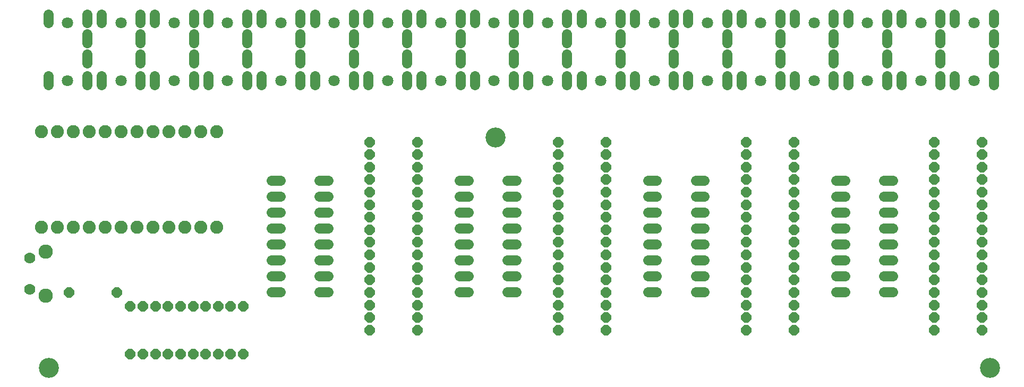
<source format=gbs>
G75*
%MOIN*%
%OFA0B0*%
%FSLAX25Y25*%
%IPPOS*%
%LPD*%
%AMOC8*
5,1,8,0,0,1.08239X$1,22.5*
%
%ADD10C,0.08200*%
%ADD11OC8,0.06400*%
%ADD12C,0.12611*%
%ADD13C,0.06400*%
%ADD14C,0.07099*%
%ADD15C,0.06350*%
%ADD16C,0.09000*%
%ADD17C,0.07000*%
D10*
X0023447Y0110795D03*
X0033447Y0110795D03*
X0043447Y0110795D03*
X0053447Y0110795D03*
X0063447Y0110795D03*
X0073447Y0110795D03*
X0083447Y0110795D03*
X0093447Y0110795D03*
X0103447Y0110795D03*
X0113447Y0110795D03*
X0123447Y0110795D03*
X0133447Y0110795D03*
X0133447Y0170795D03*
X0123447Y0170795D03*
X0113447Y0170795D03*
X0103447Y0170795D03*
X0093447Y0170795D03*
X0083447Y0170795D03*
X0073447Y0170795D03*
X0063447Y0170795D03*
X0053447Y0170795D03*
X0043447Y0170795D03*
X0033447Y0170795D03*
X0023447Y0170795D03*
D11*
X0229707Y0164417D03*
X0229707Y0156543D03*
X0229707Y0148669D03*
X0229707Y0140795D03*
X0229707Y0132921D03*
X0229707Y0125047D03*
X0229707Y0117173D03*
X0229707Y0109299D03*
X0229707Y0101425D03*
X0229707Y0093551D03*
X0229707Y0085677D03*
X0229707Y0077803D03*
X0229707Y0069929D03*
X0229707Y0062055D03*
X0229707Y0054181D03*
X0229707Y0046307D03*
X0259707Y0046307D03*
X0259707Y0054181D03*
X0259707Y0062055D03*
X0259707Y0069929D03*
X0259707Y0077803D03*
X0259707Y0085677D03*
X0259707Y0093551D03*
X0259707Y0101425D03*
X0259707Y0109299D03*
X0259707Y0117173D03*
X0259707Y0125047D03*
X0259707Y0132921D03*
X0259707Y0140795D03*
X0259707Y0148669D03*
X0259707Y0156543D03*
X0259707Y0164417D03*
X0347817Y0164417D03*
X0347817Y0156543D03*
X0347817Y0148669D03*
X0347817Y0140795D03*
X0347817Y0132921D03*
X0347817Y0125047D03*
X0347817Y0117173D03*
X0347817Y0109299D03*
X0347817Y0101425D03*
X0347817Y0093551D03*
X0347817Y0085677D03*
X0347817Y0077803D03*
X0347817Y0069929D03*
X0347817Y0062055D03*
X0347817Y0054181D03*
X0347817Y0046307D03*
X0377817Y0046307D03*
X0377817Y0054181D03*
X0377817Y0062055D03*
X0377817Y0069929D03*
X0377817Y0077803D03*
X0377817Y0085677D03*
X0377817Y0093551D03*
X0377817Y0101425D03*
X0377817Y0109299D03*
X0377817Y0117173D03*
X0377817Y0125047D03*
X0377817Y0132921D03*
X0377817Y0140795D03*
X0377817Y0148669D03*
X0377817Y0156543D03*
X0377817Y0164417D03*
X0465928Y0164417D03*
X0465928Y0156543D03*
X0465928Y0148669D03*
X0465928Y0140795D03*
X0465928Y0132921D03*
X0465928Y0125047D03*
X0465928Y0117173D03*
X0465928Y0109299D03*
X0465928Y0101425D03*
X0465928Y0093551D03*
X0465928Y0085677D03*
X0465928Y0077803D03*
X0465928Y0069929D03*
X0465928Y0062055D03*
X0465928Y0054181D03*
X0465928Y0046307D03*
X0495928Y0046307D03*
X0495928Y0054181D03*
X0495928Y0062055D03*
X0495928Y0069929D03*
X0495928Y0077803D03*
X0495928Y0085677D03*
X0495928Y0093551D03*
X0495928Y0101425D03*
X0495928Y0109299D03*
X0495928Y0117173D03*
X0495928Y0125047D03*
X0495928Y0132921D03*
X0495928Y0140795D03*
X0495928Y0148669D03*
X0495928Y0156543D03*
X0495928Y0164417D03*
X0584038Y0164417D03*
X0584038Y0156543D03*
X0584038Y0148669D03*
X0584038Y0140795D03*
X0584038Y0132921D03*
X0584038Y0125047D03*
X0584038Y0117173D03*
X0584038Y0109299D03*
X0584038Y0101425D03*
X0584038Y0093551D03*
X0584038Y0085677D03*
X0584038Y0077803D03*
X0584038Y0069929D03*
X0584038Y0062055D03*
X0584038Y0054181D03*
X0584038Y0046307D03*
X0614038Y0046307D03*
X0614038Y0054181D03*
X0614038Y0062055D03*
X0614038Y0069929D03*
X0614038Y0077803D03*
X0614038Y0085677D03*
X0614038Y0093551D03*
X0614038Y0101425D03*
X0614038Y0109299D03*
X0614038Y0117173D03*
X0614038Y0125047D03*
X0614038Y0132921D03*
X0614038Y0140795D03*
X0614038Y0148669D03*
X0614038Y0156543D03*
X0614038Y0164417D03*
X0150219Y0061307D03*
X0142345Y0061307D03*
X0134471Y0061307D03*
X0126597Y0061307D03*
X0118723Y0061307D03*
X0110849Y0061307D03*
X0102975Y0061307D03*
X0095101Y0061307D03*
X0087227Y0061307D03*
X0079353Y0061307D03*
X0070731Y0069929D03*
X0040731Y0069929D03*
X0079353Y0031307D03*
X0087227Y0031307D03*
X0095101Y0031307D03*
X0102975Y0031307D03*
X0110849Y0031307D03*
X0118723Y0031307D03*
X0126597Y0031307D03*
X0134471Y0031307D03*
X0142345Y0031307D03*
X0150219Y0031307D03*
D12*
X0028172Y0022685D03*
X0308683Y0167331D03*
X0618723Y0022685D03*
D13*
X0557783Y0070362D02*
X0552183Y0070362D01*
X0552183Y0080362D02*
X0557783Y0080362D01*
X0557783Y0090362D02*
X0552183Y0090362D01*
X0552183Y0100362D02*
X0557783Y0100362D01*
X0557783Y0110362D02*
X0552183Y0110362D01*
X0552183Y0120362D02*
X0557783Y0120362D01*
X0557783Y0130362D02*
X0552183Y0130362D01*
X0552183Y0140362D02*
X0557783Y0140362D01*
X0527783Y0140362D02*
X0522183Y0140362D01*
X0522183Y0130362D02*
X0527783Y0130362D01*
X0527783Y0120362D02*
X0522183Y0120362D01*
X0522183Y0110362D02*
X0527783Y0110362D01*
X0527783Y0100362D02*
X0522183Y0100362D01*
X0522183Y0090362D02*
X0527783Y0090362D01*
X0527783Y0080362D02*
X0522183Y0080362D01*
X0522183Y0070362D02*
X0527783Y0070362D01*
X0439672Y0070362D02*
X0434072Y0070362D01*
X0434072Y0080362D02*
X0439672Y0080362D01*
X0439672Y0090362D02*
X0434072Y0090362D01*
X0434072Y0100362D02*
X0439672Y0100362D01*
X0439672Y0110362D02*
X0434072Y0110362D01*
X0434072Y0120362D02*
X0439672Y0120362D01*
X0439672Y0130362D02*
X0434072Y0130362D01*
X0434072Y0140362D02*
X0439672Y0140362D01*
X0409672Y0140362D02*
X0404072Y0140362D01*
X0404072Y0130362D02*
X0409672Y0130362D01*
X0409672Y0120362D02*
X0404072Y0120362D01*
X0404072Y0110362D02*
X0409672Y0110362D01*
X0409672Y0100362D02*
X0404072Y0100362D01*
X0404072Y0090362D02*
X0409672Y0090362D01*
X0409672Y0080362D02*
X0404072Y0080362D01*
X0404072Y0070362D02*
X0409672Y0070362D01*
X0321562Y0070362D02*
X0315962Y0070362D01*
X0315962Y0080362D02*
X0321562Y0080362D01*
X0321562Y0090362D02*
X0315962Y0090362D01*
X0315962Y0100362D02*
X0321562Y0100362D01*
X0321562Y0110362D02*
X0315962Y0110362D01*
X0315962Y0120362D02*
X0321562Y0120362D01*
X0321562Y0130362D02*
X0315962Y0130362D01*
X0315962Y0140362D02*
X0321562Y0140362D01*
X0291562Y0140362D02*
X0285962Y0140362D01*
X0285962Y0130362D02*
X0291562Y0130362D01*
X0291562Y0120362D02*
X0285962Y0120362D01*
X0285962Y0110362D02*
X0291562Y0110362D01*
X0291562Y0100362D02*
X0285962Y0100362D01*
X0285962Y0090362D02*
X0291562Y0090362D01*
X0291562Y0080362D02*
X0285962Y0080362D01*
X0285962Y0070362D02*
X0291562Y0070362D01*
X0203452Y0070362D02*
X0197852Y0070362D01*
X0173452Y0070362D02*
X0167852Y0070362D01*
X0167852Y0080362D02*
X0173452Y0080362D01*
X0173452Y0090362D02*
X0167852Y0090362D01*
X0167852Y0100362D02*
X0173452Y0100362D01*
X0197852Y0100362D02*
X0203452Y0100362D01*
X0203452Y0090362D02*
X0197852Y0090362D01*
X0197852Y0080362D02*
X0203452Y0080362D01*
X0203452Y0110362D02*
X0197852Y0110362D01*
X0173452Y0110362D02*
X0167852Y0110362D01*
X0167852Y0120362D02*
X0173452Y0120362D01*
X0197852Y0120362D02*
X0203452Y0120362D01*
X0203452Y0130362D02*
X0197852Y0130362D01*
X0173452Y0130362D02*
X0167852Y0130362D01*
X0167852Y0140362D02*
X0173452Y0140362D01*
X0197852Y0140362D02*
X0203452Y0140362D01*
D14*
X0207306Y0203000D03*
X0240770Y0203000D03*
X0274235Y0203000D03*
X0307699Y0203000D03*
X0341164Y0203000D03*
X0374628Y0203000D03*
X0408093Y0203000D03*
X0441557Y0203000D03*
X0475022Y0203000D03*
X0508487Y0203000D03*
X0541951Y0203000D03*
X0575416Y0203000D03*
X0608880Y0203000D03*
X0608880Y0239220D03*
X0575416Y0239220D03*
X0541951Y0239220D03*
X0508487Y0239220D03*
X0475022Y0239220D03*
X0441557Y0239220D03*
X0408093Y0239220D03*
X0374628Y0239220D03*
X0341164Y0239220D03*
X0307699Y0239220D03*
X0274235Y0239220D03*
X0240770Y0239220D03*
X0207306Y0239220D03*
X0173841Y0239220D03*
X0140376Y0239220D03*
X0106912Y0239220D03*
X0073447Y0239220D03*
X0039983Y0239220D03*
X0039983Y0203000D03*
X0073447Y0203000D03*
X0106912Y0203000D03*
X0140376Y0203000D03*
X0173841Y0203000D03*
D15*
X0186046Y0205775D02*
X0186046Y0200225D01*
X0195101Y0200225D02*
X0195101Y0205775D01*
X0186046Y0214005D02*
X0186046Y0219554D01*
X0186046Y0226603D02*
X0186046Y0232153D01*
X0186046Y0239202D02*
X0186046Y0244751D01*
X0195101Y0244751D02*
X0195101Y0239202D01*
X0219510Y0239202D02*
X0219510Y0244751D01*
X0228565Y0244751D02*
X0228565Y0239202D01*
X0219510Y0232153D02*
X0219510Y0226603D01*
X0219510Y0219554D02*
X0219510Y0214005D01*
X0219510Y0205775D02*
X0219510Y0200225D01*
X0228565Y0200225D02*
X0228565Y0205775D01*
X0252975Y0205775D02*
X0252975Y0200225D01*
X0262030Y0200225D02*
X0262030Y0205775D01*
X0252975Y0214005D02*
X0252975Y0219554D01*
X0252975Y0226603D02*
X0252975Y0232153D01*
X0252975Y0239202D02*
X0252975Y0244751D01*
X0262030Y0244751D02*
X0262030Y0239202D01*
X0286439Y0239202D02*
X0286439Y0244751D01*
X0295494Y0244751D02*
X0295494Y0239202D01*
X0286439Y0232153D02*
X0286439Y0226603D01*
X0286439Y0219554D02*
X0286439Y0214005D01*
X0286439Y0205775D02*
X0286439Y0200225D01*
X0295494Y0200225D02*
X0295494Y0205775D01*
X0319904Y0205775D02*
X0319904Y0200225D01*
X0328959Y0200225D02*
X0328959Y0205775D01*
X0319904Y0214005D02*
X0319904Y0219554D01*
X0319904Y0226603D02*
X0319904Y0232153D01*
X0319904Y0239202D02*
X0319904Y0244751D01*
X0328959Y0244751D02*
X0328959Y0239202D01*
X0353369Y0239202D02*
X0353369Y0244751D01*
X0362424Y0244751D02*
X0362424Y0239202D01*
X0353369Y0232153D02*
X0353369Y0226603D01*
X0353369Y0219554D02*
X0353369Y0214005D01*
X0353369Y0205775D02*
X0353369Y0200225D01*
X0362424Y0200225D02*
X0362424Y0205775D01*
X0386833Y0205775D02*
X0386833Y0200225D01*
X0395888Y0200225D02*
X0395888Y0205775D01*
X0386833Y0214005D02*
X0386833Y0219554D01*
X0386833Y0226603D02*
X0386833Y0232153D01*
X0386833Y0239202D02*
X0386833Y0244751D01*
X0395888Y0244751D02*
X0395888Y0239202D01*
X0420298Y0239202D02*
X0420298Y0244751D01*
X0429353Y0244751D02*
X0429353Y0239202D01*
X0420298Y0232153D02*
X0420298Y0226603D01*
X0420298Y0219554D02*
X0420298Y0214005D01*
X0420298Y0205775D02*
X0420298Y0200225D01*
X0429353Y0200225D02*
X0429353Y0205775D01*
X0453762Y0205775D02*
X0453762Y0200225D01*
X0462817Y0200225D02*
X0462817Y0205775D01*
X0453762Y0214005D02*
X0453762Y0219554D01*
X0453762Y0226603D02*
X0453762Y0232153D01*
X0453762Y0239202D02*
X0453762Y0244751D01*
X0462817Y0244751D02*
X0462817Y0239202D01*
X0487227Y0239202D02*
X0487227Y0244751D01*
X0496282Y0244751D02*
X0496282Y0239202D01*
X0487227Y0232153D02*
X0487227Y0226603D01*
X0487227Y0219554D02*
X0487227Y0214005D01*
X0487227Y0205775D02*
X0487227Y0200225D01*
X0496282Y0200225D02*
X0496282Y0205775D01*
X0520691Y0205775D02*
X0520691Y0200225D01*
X0529746Y0200225D02*
X0529746Y0205775D01*
X0520691Y0214005D02*
X0520691Y0219554D01*
X0520691Y0226603D02*
X0520691Y0232153D01*
X0520691Y0239202D02*
X0520691Y0244751D01*
X0529746Y0244751D02*
X0529746Y0239202D01*
X0554156Y0239202D02*
X0554156Y0244751D01*
X0563211Y0244751D02*
X0563211Y0239202D01*
X0554156Y0232153D02*
X0554156Y0226603D01*
X0554156Y0219554D02*
X0554156Y0214005D01*
X0554156Y0205775D02*
X0554156Y0200225D01*
X0563211Y0200225D02*
X0563211Y0205775D01*
X0587620Y0205775D02*
X0587620Y0200225D01*
X0596676Y0200225D02*
X0596676Y0205775D01*
X0587620Y0214005D02*
X0587620Y0219554D01*
X0587620Y0226603D02*
X0587620Y0232153D01*
X0587620Y0239202D02*
X0587620Y0244751D01*
X0596676Y0244751D02*
X0596676Y0239202D01*
X0621085Y0239202D02*
X0621085Y0244751D01*
X0621085Y0232153D02*
X0621085Y0226603D01*
X0621085Y0219554D02*
X0621085Y0214005D01*
X0621085Y0205775D02*
X0621085Y0200225D01*
X0161636Y0200225D02*
X0161636Y0205775D01*
X0152581Y0205775D02*
X0152581Y0200225D01*
X0128172Y0200225D02*
X0128172Y0205775D01*
X0119117Y0205775D02*
X0119117Y0200225D01*
X0094707Y0200225D02*
X0094707Y0205775D01*
X0085652Y0205775D02*
X0085652Y0200225D01*
X0061243Y0200225D02*
X0061243Y0205775D01*
X0052187Y0205775D02*
X0052187Y0200225D01*
X0027778Y0200225D02*
X0027778Y0205775D01*
X0052187Y0214005D02*
X0052187Y0219554D01*
X0052187Y0226603D02*
X0052187Y0232153D01*
X0052187Y0239202D02*
X0052187Y0244751D01*
X0061243Y0244751D02*
X0061243Y0239202D01*
X0085652Y0239202D02*
X0085652Y0244751D01*
X0094707Y0244751D02*
X0094707Y0239202D01*
X0085652Y0232153D02*
X0085652Y0226603D01*
X0085652Y0219554D02*
X0085652Y0214005D01*
X0119117Y0214005D02*
X0119117Y0219554D01*
X0119117Y0226603D02*
X0119117Y0232153D01*
X0119117Y0239202D02*
X0119117Y0244751D01*
X0128172Y0244751D02*
X0128172Y0239202D01*
X0152581Y0239202D02*
X0152581Y0244751D01*
X0161636Y0244751D02*
X0161636Y0239202D01*
X0152581Y0232153D02*
X0152581Y0226603D01*
X0152581Y0219554D02*
X0152581Y0214005D01*
X0027778Y0239202D02*
X0027778Y0244751D01*
D16*
X0026203Y0095520D03*
X0026203Y0067961D03*
D17*
X0016361Y0071898D03*
X0016361Y0091583D03*
M02*

</source>
